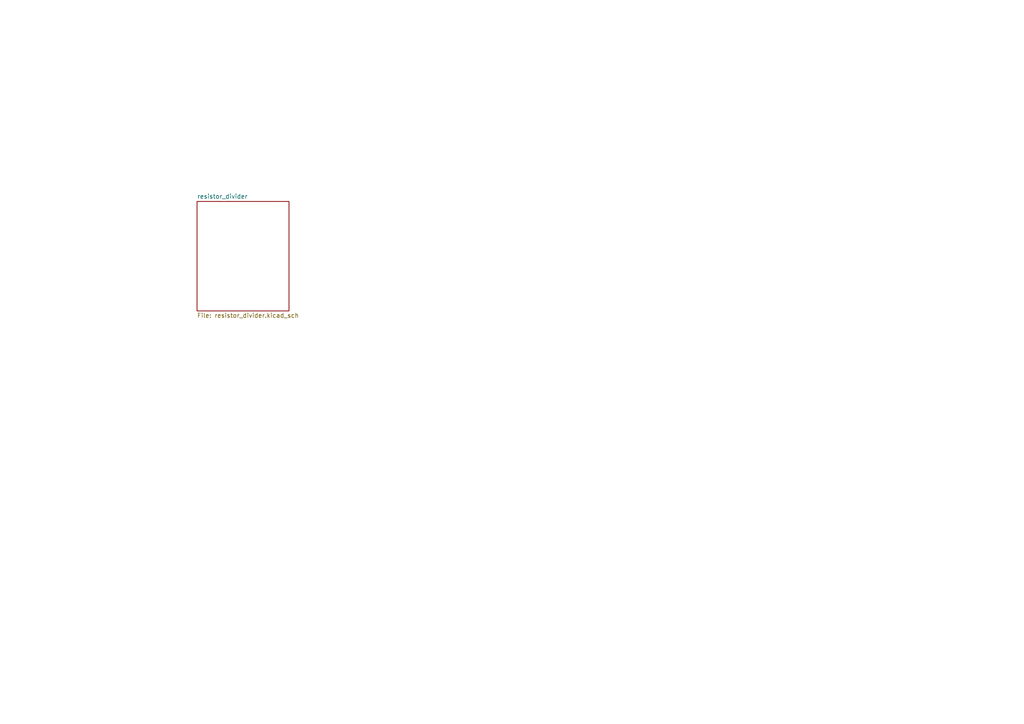
<source format=kicad_sch>
(kicad_sch
	(version 20250114)
	(generator "eeschema")
	(generator_version 9.0)
	(uuid 548f32ab-3b72-47b6-b7c9-f49e04bff365)
	(paper A4)
	(lib_symbols)
	(sheet
		(at 57.15 58.42)
		(size 26.67 31.75)
		(exclude_from_sim no)
		(in_bom yes)
		(on_board yes)
		(dnp no)
		(fields_autoplaced yes)
		(stroke
			(width 0.1524)
			(type solid)
		)
		(fill
			(color
				0
				0
				0
				0.0
			)
		)
		(uuid 2b5db3a5-2db6-41cd-8ca2-ff5d8aed297d)
		(property
			"Sheetname"
			"resistor_divider"
			(at 57.15 57.7084 0)
			(effects
				(font
					(size 1.27 1.27)
				)
				(justify left bottom)
			)
		)
		(property
			"Sheetfile"
			"resistor_divider.kicad_sch"
			(at 57.15 90.7546 0)
			(effects
				(font
					(size 1.27 1.27)
				)
				(justify left top)
			)
		)
		(instances
			(project
				"python_generated_reference_design"
				(path
					"/548f32ab-3b72-47b6-b7c9-f49e04bff365"
					(page "2")
				)
			)
		)
	)
	(sheet_instances
		(path
			"/"
			(page "1")
		)
	)
	(embedded_fonts no)
)
</source>
